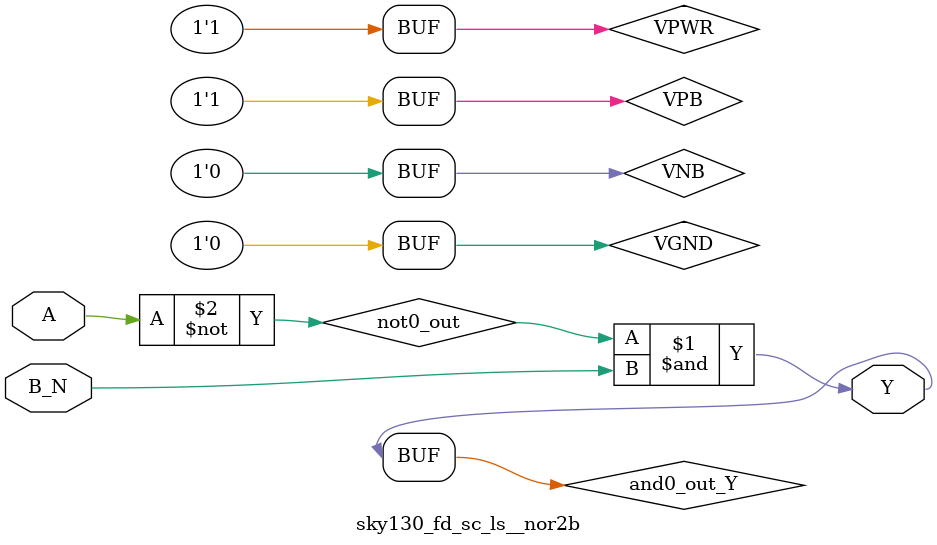
<source format=v>
/*
 * Copyright 2020 The SkyWater PDK Authors
 *
 * Licensed under the Apache License, Version 2.0 (the "License");
 * you may not use this file except in compliance with the License.
 * You may obtain a copy of the License at
 *
 *     https://www.apache.org/licenses/LICENSE-2.0
 *
 * Unless required by applicable law or agreed to in writing, software
 * distributed under the License is distributed on an "AS IS" BASIS,
 * WITHOUT WARRANTIES OR CONDITIONS OF ANY KIND, either express or implied.
 * See the License for the specific language governing permissions and
 * limitations under the License.
 *
 * SPDX-License-Identifier: Apache-2.0
*/


`ifndef SKY130_FD_SC_LS__NOR2B_TIMING_V
`define SKY130_FD_SC_LS__NOR2B_TIMING_V

/**
 * nor2b: 2-input NOR, first input inverted.
 *
 *        Y = !(A | B | C | !D)
 *
 * Verilog simulation timing model.
 */

`timescale 1ns / 1ps
`default_nettype none

`celldefine
module sky130_fd_sc_ls__nor2b (
    Y  ,
    A  ,
    B_N
);

    // Module ports
    output Y  ;
    input  A  ;
    input  B_N;

    // Module supplies
    supply1 VPWR;
    supply0 VGND;
    supply1 VPB ;
    supply0 VNB ;

    // Local signals
    wire not0_out  ;
    wire and0_out_Y;

    //  Name  Output      Other arguments
    not not0 (not0_out  , A              );
    and and0 (and0_out_Y, not0_out, B_N  );
    buf buf0 (Y         , and0_out_Y     );

endmodule
`endcelldefine

`default_nettype wire
`endif  // SKY130_FD_SC_LS__NOR2B_TIMING_V

</source>
